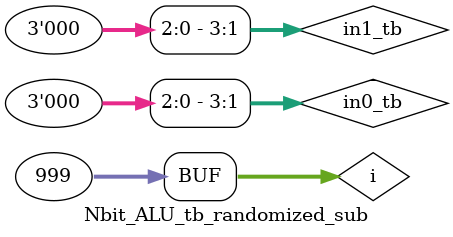
<source format=v>
module Nbit_ALU_tb_randomized_sub();
parameter N_width_tb = 4;
parameter OPCODE_tb = 2;

reg [N_width_tb-1:0] in0_tb , in1_tb , out_exp; 
wire [N_width_tb-1:0] out_tb;

Nbit_ALU #(.N_width(N_width_tb), .OPCODE(OPCODE_tb)) DUT (out_tb , in0_tb , in1_tb);

//opcode = 2
integer i;
initial begin
  for(i=0; i<999; i=i+1)begin
    in0_tb= $random;
    in1_tb= $random;
    out_exp= in0_tb - in1_tb; 
    #10;
    if(out_tb != out_exp)begin
        $display("error-ALU in subtraction");
    end
  end
  $display("No errors found in Subtraction");
end

endmodule
</source>
